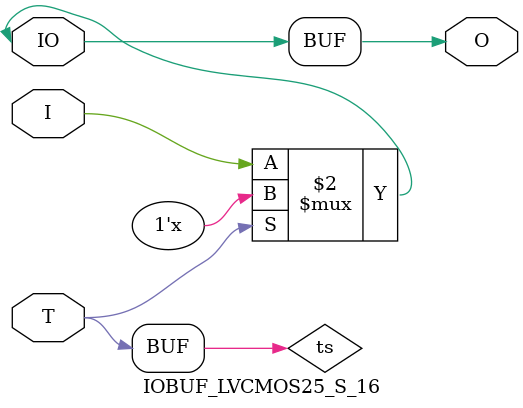
<source format=v>

/*

FUNCTION    : INPUT TRI-STATE OUTPUT BUFFER

*/

`celldefine
`timescale  100 ps / 10 ps

module IOBUF_LVCMOS25_S_16 (O, IO, I, T);

    output O;

    inout  IO;

    input  I, T;

    or O1 (ts, 1'b0, T);
    bufif0 T1 (IO, I, ts);

    buf B1 (O, IO);

endmodule

</source>
